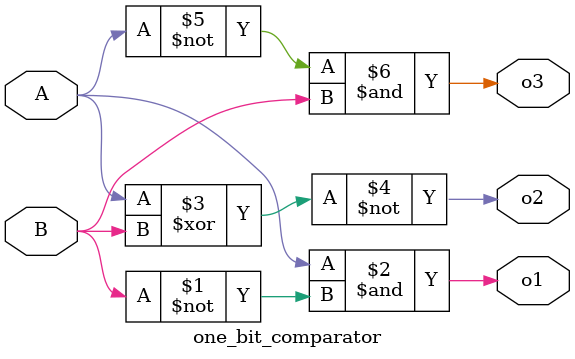
<source format=v>
module one_bit_comparator (
    input wire A,
    input wire B,
    output wire o1,
    output wire o2,
    output wire o3  
);

assign o1 = A & ~B;
assign o2 = ~(A ^ B);  // A == B
assign o3 = ~A & B;

endmodule

</source>
